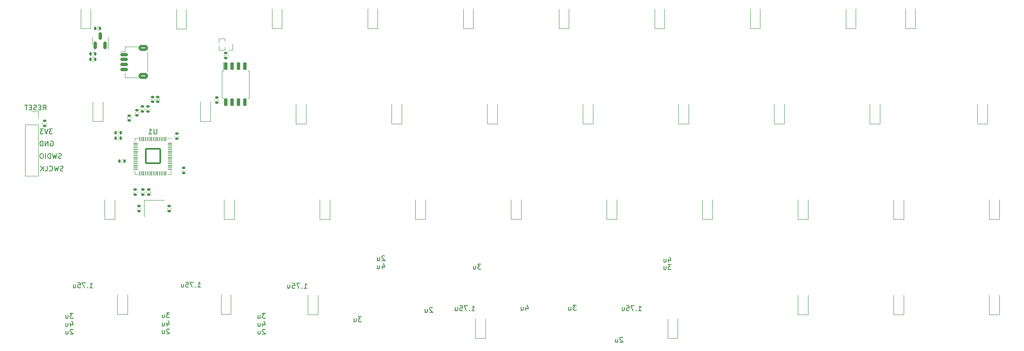
<source format=gbr>
%TF.GenerationSoftware,KiCad,Pcbnew,(7.0.0-0)*%
%TF.CreationDate,2023-03-09T10:38:16-05:00*%
%TF.ProjectId,cutiepie2040,63757469-6570-4696-9532-3034302e6b69,rev?*%
%TF.SameCoordinates,Original*%
%TF.FileFunction,Legend,Bot*%
%TF.FilePolarity,Positive*%
%FSLAX46Y46*%
G04 Gerber Fmt 4.6, Leading zero omitted, Abs format (unit mm)*
G04 Created by KiCad (PCBNEW (7.0.0-0)) date 2023-03-09 10:38:16*
%MOMM*%
%LPD*%
G01*
G04 APERTURE LIST*
G04 Aperture macros list*
%AMRoundRect*
0 Rectangle with rounded corners*
0 $1 Rounding radius*
0 $2 $3 $4 $5 $6 $7 $8 $9 X,Y pos of 4 corners*
0 Add a 4 corners polygon primitive as box body*
4,1,4,$2,$3,$4,$5,$6,$7,$8,$9,$2,$3,0*
0 Add four circle primitives for the rounded corners*
1,1,$1+$1,$2,$3*
1,1,$1+$1,$4,$5*
1,1,$1+$1,$6,$7*
1,1,$1+$1,$8,$9*
0 Add four rect primitives between the rounded corners*
20,1,$1+$1,$2,$3,$4,$5,0*
20,1,$1+$1,$4,$5,$6,$7,0*
20,1,$1+$1,$6,$7,$8,$9,0*
20,1,$1+$1,$8,$9,$2,$3,0*%
G04 Aperture macros list end*
%ADD10C,0.150000*%
%ADD11C,0.120000*%
%ADD12C,1.750000*%
%ADD13C,3.987800*%
%ADD14C,2.250000*%
%ADD15C,3.048000*%
%ADD16RoundRect,0.140000X0.170000X-0.140000X0.170000X0.140000X-0.170000X0.140000X-0.170000X-0.140000X0*%
%ADD17R,1.200000X0.900000*%
%ADD18RoundRect,0.140000X-0.170000X0.140000X-0.170000X-0.140000X0.170000X-0.140000X0.170000X0.140000X0*%
%ADD19RoundRect,0.135000X0.185000X-0.135000X0.185000X0.135000X-0.185000X0.135000X-0.185000X-0.135000X0*%
%ADD20RoundRect,0.135000X-0.185000X0.135000X-0.185000X-0.135000X0.185000X-0.135000X0.185000X0.135000X0*%
%ADD21R,1.000000X1.000000*%
%ADD22O,1.000000X1.000000*%
%ADD23RoundRect,0.140000X0.140000X0.170000X-0.140000X0.170000X-0.140000X-0.170000X0.140000X-0.170000X0*%
%ADD24RoundRect,0.150000X0.150000X-0.587500X0.150000X0.587500X-0.150000X0.587500X-0.150000X-0.587500X0*%
%ADD25RoundRect,0.150000X-0.150000X0.650000X-0.150000X-0.650000X0.150000X-0.650000X0.150000X0.650000X0*%
%ADD26RoundRect,0.050000X0.387500X0.050000X-0.387500X0.050000X-0.387500X-0.050000X0.387500X-0.050000X0*%
%ADD27RoundRect,0.050000X0.050000X0.387500X-0.050000X0.387500X-0.050000X-0.387500X0.050000X-0.387500X0*%
%ADD28RoundRect,0.144000X1.456000X1.456000X-1.456000X1.456000X-1.456000X-1.456000X1.456000X-1.456000X0*%
%ADD29R,1.700000X1.700000*%
%ADD30O,1.700000X1.700000*%
%ADD31RoundRect,0.150000X-0.625000X0.150000X-0.625000X-0.150000X0.625000X-0.150000X0.625000X0.150000X0*%
%ADD32RoundRect,0.250000X-0.650000X0.350000X-0.650000X-0.350000X0.650000X-0.350000X0.650000X0.350000X0*%
%ADD33R,1.400000X1.200000*%
G04 APERTURE END LIST*
D10*
X167657142Y-114467380D02*
X168228570Y-114467380D01*
X167942856Y-114467380D02*
X167942856Y-113467380D01*
X167942856Y-113467380D02*
X168038094Y-113610238D01*
X168038094Y-113610238D02*
X168133332Y-113705476D01*
X168133332Y-113705476D02*
X168228570Y-113753095D01*
X167228570Y-114372142D02*
X167180951Y-114419761D01*
X167180951Y-114419761D02*
X167228570Y-114467380D01*
X167228570Y-114467380D02*
X167276189Y-114419761D01*
X167276189Y-114419761D02*
X167228570Y-114372142D01*
X167228570Y-114372142D02*
X167228570Y-114467380D01*
X166847618Y-113467380D02*
X166180952Y-113467380D01*
X166180952Y-113467380D02*
X166609523Y-114467380D01*
X165323809Y-113467380D02*
X165799999Y-113467380D01*
X165799999Y-113467380D02*
X165847618Y-113943571D01*
X165847618Y-113943571D02*
X165799999Y-113895952D01*
X165799999Y-113895952D02*
X165704761Y-113848333D01*
X165704761Y-113848333D02*
X165466666Y-113848333D01*
X165466666Y-113848333D02*
X165371428Y-113895952D01*
X165371428Y-113895952D02*
X165323809Y-113943571D01*
X165323809Y-113943571D02*
X165276190Y-114038809D01*
X165276190Y-114038809D02*
X165276190Y-114276904D01*
X165276190Y-114276904D02*
X165323809Y-114372142D01*
X165323809Y-114372142D02*
X165371428Y-114419761D01*
X165371428Y-114419761D02*
X165466666Y-114467380D01*
X165466666Y-114467380D02*
X165704761Y-114467380D01*
X165704761Y-114467380D02*
X165799999Y-114419761D01*
X165799999Y-114419761D02*
X165847618Y-114372142D01*
X164419047Y-113800714D02*
X164419047Y-114467380D01*
X164847618Y-113800714D02*
X164847618Y-114324523D01*
X164847618Y-114324523D02*
X164799999Y-114419761D01*
X164799999Y-114419761D02*
X164704761Y-114467380D01*
X164704761Y-114467380D02*
X164561904Y-114467380D01*
X164561904Y-114467380D02*
X164466666Y-114419761D01*
X164466666Y-114419761D02*
X164419047Y-114372142D01*
X50938094Y-78167380D02*
X50319047Y-78167380D01*
X50319047Y-78167380D02*
X50652380Y-78548333D01*
X50652380Y-78548333D02*
X50509523Y-78548333D01*
X50509523Y-78548333D02*
X50414285Y-78595952D01*
X50414285Y-78595952D02*
X50366666Y-78643571D01*
X50366666Y-78643571D02*
X50319047Y-78738809D01*
X50319047Y-78738809D02*
X50319047Y-78976904D01*
X50319047Y-78976904D02*
X50366666Y-79072142D01*
X50366666Y-79072142D02*
X50414285Y-79119761D01*
X50414285Y-79119761D02*
X50509523Y-79167380D01*
X50509523Y-79167380D02*
X50795237Y-79167380D01*
X50795237Y-79167380D02*
X50890475Y-79119761D01*
X50890475Y-79119761D02*
X50938094Y-79072142D01*
X50033332Y-78167380D02*
X49699999Y-79167380D01*
X49699999Y-79167380D02*
X49366666Y-78167380D01*
X49128570Y-78167380D02*
X48509523Y-78167380D01*
X48509523Y-78167380D02*
X48842856Y-78548333D01*
X48842856Y-78548333D02*
X48699999Y-78548333D01*
X48699999Y-78548333D02*
X48604761Y-78595952D01*
X48604761Y-78595952D02*
X48557142Y-78643571D01*
X48557142Y-78643571D02*
X48509523Y-78738809D01*
X48509523Y-78738809D02*
X48509523Y-78976904D01*
X48509523Y-78976904D02*
X48557142Y-79072142D01*
X48557142Y-79072142D02*
X48604761Y-79119761D01*
X48604761Y-79119761D02*
X48699999Y-79167380D01*
X48699999Y-79167380D02*
X48985713Y-79167380D01*
X48985713Y-79167380D02*
X49080951Y-79119761D01*
X49080951Y-79119761D02*
X49128570Y-79072142D01*
X173661904Y-104100714D02*
X173661904Y-104767380D01*
X173899999Y-103719761D02*
X174138094Y-104434047D01*
X174138094Y-104434047D02*
X173519047Y-104434047D01*
X172709523Y-104100714D02*
X172709523Y-104767380D01*
X173138094Y-104100714D02*
X173138094Y-104624523D01*
X173138094Y-104624523D02*
X173090475Y-104719761D01*
X173090475Y-104719761D02*
X172995237Y-104767380D01*
X172995237Y-104767380D02*
X172852380Y-104767380D01*
X172852380Y-104767380D02*
X172757142Y-104719761D01*
X172757142Y-104719761D02*
X172709523Y-104672142D01*
X117138094Y-103562619D02*
X117090475Y-103515000D01*
X117090475Y-103515000D02*
X116995237Y-103467380D01*
X116995237Y-103467380D02*
X116757142Y-103467380D01*
X116757142Y-103467380D02*
X116661904Y-103515000D01*
X116661904Y-103515000D02*
X116614285Y-103562619D01*
X116614285Y-103562619D02*
X116566666Y-103657857D01*
X116566666Y-103657857D02*
X116566666Y-103753095D01*
X116566666Y-103753095D02*
X116614285Y-103895952D01*
X116614285Y-103895952D02*
X117185713Y-104467380D01*
X117185713Y-104467380D02*
X116566666Y-104467380D01*
X115709523Y-103800714D02*
X115709523Y-104467380D01*
X116138094Y-103800714D02*
X116138094Y-104324523D01*
X116138094Y-104324523D02*
X116090475Y-104419761D01*
X116090475Y-104419761D02*
X115995237Y-104467380D01*
X115995237Y-104467380D02*
X115852380Y-104467380D01*
X115852380Y-104467380D02*
X115757142Y-104419761D01*
X115757142Y-104419761D02*
X115709523Y-104372142D01*
X74285713Y-114857380D02*
X73666666Y-114857380D01*
X73666666Y-114857380D02*
X73999999Y-115238333D01*
X73999999Y-115238333D02*
X73857142Y-115238333D01*
X73857142Y-115238333D02*
X73761904Y-115285952D01*
X73761904Y-115285952D02*
X73714285Y-115333571D01*
X73714285Y-115333571D02*
X73666666Y-115428809D01*
X73666666Y-115428809D02*
X73666666Y-115666904D01*
X73666666Y-115666904D02*
X73714285Y-115762142D01*
X73714285Y-115762142D02*
X73761904Y-115809761D01*
X73761904Y-115809761D02*
X73857142Y-115857380D01*
X73857142Y-115857380D02*
X74142856Y-115857380D01*
X74142856Y-115857380D02*
X74238094Y-115809761D01*
X74238094Y-115809761D02*
X74285713Y-115762142D01*
X72809523Y-115190714D02*
X72809523Y-115857380D01*
X73238094Y-115190714D02*
X73238094Y-115714523D01*
X73238094Y-115714523D02*
X73190475Y-115809761D01*
X73190475Y-115809761D02*
X73095237Y-115857380D01*
X73095237Y-115857380D02*
X72952380Y-115857380D01*
X72952380Y-115857380D02*
X72857142Y-115809761D01*
X72857142Y-115809761D02*
X72809523Y-115762142D01*
X73761904Y-116810714D02*
X73761904Y-117477380D01*
X73999999Y-116429761D02*
X74238094Y-117144047D01*
X74238094Y-117144047D02*
X73619047Y-117144047D01*
X72809523Y-116810714D02*
X72809523Y-117477380D01*
X73238094Y-116810714D02*
X73238094Y-117334523D01*
X73238094Y-117334523D02*
X73190475Y-117429761D01*
X73190475Y-117429761D02*
X73095237Y-117477380D01*
X73095237Y-117477380D02*
X72952380Y-117477380D01*
X72952380Y-117477380D02*
X72857142Y-117429761D01*
X72857142Y-117429761D02*
X72809523Y-117382142D01*
X155285713Y-113367380D02*
X154666666Y-113367380D01*
X154666666Y-113367380D02*
X154999999Y-113748333D01*
X154999999Y-113748333D02*
X154857142Y-113748333D01*
X154857142Y-113748333D02*
X154761904Y-113795952D01*
X154761904Y-113795952D02*
X154714285Y-113843571D01*
X154714285Y-113843571D02*
X154666666Y-113938809D01*
X154666666Y-113938809D02*
X154666666Y-114176904D01*
X154666666Y-114176904D02*
X154714285Y-114272142D01*
X154714285Y-114272142D02*
X154761904Y-114319761D01*
X154761904Y-114319761D02*
X154857142Y-114367380D01*
X154857142Y-114367380D02*
X155142856Y-114367380D01*
X155142856Y-114367380D02*
X155238094Y-114319761D01*
X155238094Y-114319761D02*
X155285713Y-114272142D01*
X153809523Y-113700714D02*
X153809523Y-114367380D01*
X154238094Y-113700714D02*
X154238094Y-114224523D01*
X154238094Y-114224523D02*
X154190475Y-114319761D01*
X154190475Y-114319761D02*
X154095237Y-114367380D01*
X154095237Y-114367380D02*
X153952380Y-114367380D01*
X153952380Y-114367380D02*
X153857142Y-114319761D01*
X153857142Y-114319761D02*
X153809523Y-114272142D01*
X55085713Y-114957380D02*
X54466666Y-114957380D01*
X54466666Y-114957380D02*
X54799999Y-115338333D01*
X54799999Y-115338333D02*
X54657142Y-115338333D01*
X54657142Y-115338333D02*
X54561904Y-115385952D01*
X54561904Y-115385952D02*
X54514285Y-115433571D01*
X54514285Y-115433571D02*
X54466666Y-115528809D01*
X54466666Y-115528809D02*
X54466666Y-115766904D01*
X54466666Y-115766904D02*
X54514285Y-115862142D01*
X54514285Y-115862142D02*
X54561904Y-115909761D01*
X54561904Y-115909761D02*
X54657142Y-115957380D01*
X54657142Y-115957380D02*
X54942856Y-115957380D01*
X54942856Y-115957380D02*
X55038094Y-115909761D01*
X55038094Y-115909761D02*
X55085713Y-115862142D01*
X53609523Y-115290714D02*
X53609523Y-115957380D01*
X54038094Y-115290714D02*
X54038094Y-115814523D01*
X54038094Y-115814523D02*
X53990475Y-115909761D01*
X53990475Y-115909761D02*
X53895237Y-115957380D01*
X53895237Y-115957380D02*
X53752380Y-115957380D01*
X53752380Y-115957380D02*
X53657142Y-115909761D01*
X53657142Y-115909761D02*
X53609523Y-115862142D01*
X54561904Y-116910714D02*
X54561904Y-117577380D01*
X54799999Y-116529761D02*
X55038094Y-117244047D01*
X55038094Y-117244047D02*
X54419047Y-117244047D01*
X53609523Y-116910714D02*
X53609523Y-117577380D01*
X54038094Y-116910714D02*
X54038094Y-117434523D01*
X54038094Y-117434523D02*
X53990475Y-117529761D01*
X53990475Y-117529761D02*
X53895237Y-117577380D01*
X53895237Y-117577380D02*
X53752380Y-117577380D01*
X53752380Y-117577380D02*
X53657142Y-117529761D01*
X53657142Y-117529761D02*
X53609523Y-117482142D01*
X49052381Y-74367380D02*
X49385714Y-73891190D01*
X49623809Y-74367380D02*
X49623809Y-73367380D01*
X49623809Y-73367380D02*
X49242857Y-73367380D01*
X49242857Y-73367380D02*
X49147619Y-73415000D01*
X49147619Y-73415000D02*
X49100000Y-73462619D01*
X49100000Y-73462619D02*
X49052381Y-73557857D01*
X49052381Y-73557857D02*
X49052381Y-73700714D01*
X49052381Y-73700714D02*
X49100000Y-73795952D01*
X49100000Y-73795952D02*
X49147619Y-73843571D01*
X49147619Y-73843571D02*
X49242857Y-73891190D01*
X49242857Y-73891190D02*
X49623809Y-73891190D01*
X48623809Y-73843571D02*
X48290476Y-73843571D01*
X48147619Y-74367380D02*
X48623809Y-74367380D01*
X48623809Y-74367380D02*
X48623809Y-73367380D01*
X48623809Y-73367380D02*
X48147619Y-73367380D01*
X47766666Y-74319761D02*
X47623809Y-74367380D01*
X47623809Y-74367380D02*
X47385714Y-74367380D01*
X47385714Y-74367380D02*
X47290476Y-74319761D01*
X47290476Y-74319761D02*
X47242857Y-74272142D01*
X47242857Y-74272142D02*
X47195238Y-74176904D01*
X47195238Y-74176904D02*
X47195238Y-74081666D01*
X47195238Y-74081666D02*
X47242857Y-73986428D01*
X47242857Y-73986428D02*
X47290476Y-73938809D01*
X47290476Y-73938809D02*
X47385714Y-73891190D01*
X47385714Y-73891190D02*
X47576190Y-73843571D01*
X47576190Y-73843571D02*
X47671428Y-73795952D01*
X47671428Y-73795952D02*
X47719047Y-73748333D01*
X47719047Y-73748333D02*
X47766666Y-73653095D01*
X47766666Y-73653095D02*
X47766666Y-73557857D01*
X47766666Y-73557857D02*
X47719047Y-73462619D01*
X47719047Y-73462619D02*
X47671428Y-73415000D01*
X47671428Y-73415000D02*
X47576190Y-73367380D01*
X47576190Y-73367380D02*
X47338095Y-73367380D01*
X47338095Y-73367380D02*
X47195238Y-73415000D01*
X46766666Y-73843571D02*
X46433333Y-73843571D01*
X46290476Y-74367380D02*
X46766666Y-74367380D01*
X46766666Y-74367380D02*
X46766666Y-73367380D01*
X46766666Y-73367380D02*
X46290476Y-73367380D01*
X46004761Y-73367380D02*
X45433333Y-73367380D01*
X45719047Y-74367380D02*
X45719047Y-73367380D01*
X50561904Y-80615000D02*
X50657142Y-80567380D01*
X50657142Y-80567380D02*
X50799999Y-80567380D01*
X50799999Y-80567380D02*
X50942856Y-80615000D01*
X50942856Y-80615000D02*
X51038094Y-80710238D01*
X51038094Y-80710238D02*
X51085713Y-80805476D01*
X51085713Y-80805476D02*
X51133332Y-80995952D01*
X51133332Y-80995952D02*
X51133332Y-81138809D01*
X51133332Y-81138809D02*
X51085713Y-81329285D01*
X51085713Y-81329285D02*
X51038094Y-81424523D01*
X51038094Y-81424523D02*
X50942856Y-81519761D01*
X50942856Y-81519761D02*
X50799999Y-81567380D01*
X50799999Y-81567380D02*
X50704761Y-81567380D01*
X50704761Y-81567380D02*
X50561904Y-81519761D01*
X50561904Y-81519761D02*
X50514285Y-81472142D01*
X50514285Y-81472142D02*
X50514285Y-81138809D01*
X50514285Y-81138809D02*
X50704761Y-81138809D01*
X50085713Y-81567380D02*
X50085713Y-80567380D01*
X50085713Y-80567380D02*
X49514285Y-81567380D01*
X49514285Y-81567380D02*
X49514285Y-80567380D01*
X49038094Y-81567380D02*
X49038094Y-80567380D01*
X49038094Y-80567380D02*
X48799999Y-80567380D01*
X48799999Y-80567380D02*
X48657142Y-80615000D01*
X48657142Y-80615000D02*
X48561904Y-80710238D01*
X48561904Y-80710238D02*
X48514285Y-80805476D01*
X48514285Y-80805476D02*
X48466666Y-80995952D01*
X48466666Y-80995952D02*
X48466666Y-81138809D01*
X48466666Y-81138809D02*
X48514285Y-81329285D01*
X48514285Y-81329285D02*
X48561904Y-81424523D01*
X48561904Y-81424523D02*
X48657142Y-81519761D01*
X48657142Y-81519761D02*
X48799999Y-81567380D01*
X48799999Y-81567380D02*
X49038094Y-81567380D01*
X164538094Y-119862619D02*
X164490475Y-119815000D01*
X164490475Y-119815000D02*
X164395237Y-119767380D01*
X164395237Y-119767380D02*
X164157142Y-119767380D01*
X164157142Y-119767380D02*
X164061904Y-119815000D01*
X164061904Y-119815000D02*
X164014285Y-119862619D01*
X164014285Y-119862619D02*
X163966666Y-119957857D01*
X163966666Y-119957857D02*
X163966666Y-120053095D01*
X163966666Y-120053095D02*
X164014285Y-120195952D01*
X164014285Y-120195952D02*
X164585713Y-120767380D01*
X164585713Y-120767380D02*
X163966666Y-120767380D01*
X163109523Y-120100714D02*
X163109523Y-120767380D01*
X163538094Y-120100714D02*
X163538094Y-120624523D01*
X163538094Y-120624523D02*
X163490475Y-120719761D01*
X163490475Y-120719761D02*
X163395237Y-120767380D01*
X163395237Y-120767380D02*
X163252380Y-120767380D01*
X163252380Y-120767380D02*
X163157142Y-120719761D01*
X163157142Y-120719761D02*
X163109523Y-120672142D01*
X136285713Y-105167380D02*
X135666666Y-105167380D01*
X135666666Y-105167380D02*
X135999999Y-105548333D01*
X135999999Y-105548333D02*
X135857142Y-105548333D01*
X135857142Y-105548333D02*
X135761904Y-105595952D01*
X135761904Y-105595952D02*
X135714285Y-105643571D01*
X135714285Y-105643571D02*
X135666666Y-105738809D01*
X135666666Y-105738809D02*
X135666666Y-105976904D01*
X135666666Y-105976904D02*
X135714285Y-106072142D01*
X135714285Y-106072142D02*
X135761904Y-106119761D01*
X135761904Y-106119761D02*
X135857142Y-106167380D01*
X135857142Y-106167380D02*
X136142856Y-106167380D01*
X136142856Y-106167380D02*
X136238094Y-106119761D01*
X136238094Y-106119761D02*
X136285713Y-106072142D01*
X134809523Y-105500714D02*
X134809523Y-106167380D01*
X135238094Y-105500714D02*
X135238094Y-106024523D01*
X135238094Y-106024523D02*
X135190475Y-106119761D01*
X135190475Y-106119761D02*
X135095237Y-106167380D01*
X135095237Y-106167380D02*
X134952380Y-106167380D01*
X134952380Y-106167380D02*
X134857142Y-106119761D01*
X134857142Y-106119761D02*
X134809523Y-106072142D01*
X116661904Y-105400714D02*
X116661904Y-106067380D01*
X116899999Y-105019761D02*
X117138094Y-105734047D01*
X117138094Y-105734047D02*
X116519047Y-105734047D01*
X115709523Y-105400714D02*
X115709523Y-106067380D01*
X116138094Y-105400714D02*
X116138094Y-105924523D01*
X116138094Y-105924523D02*
X116090475Y-106019761D01*
X116090475Y-106019761D02*
X115995237Y-106067380D01*
X115995237Y-106067380D02*
X115852380Y-106067380D01*
X115852380Y-106067380D02*
X115757142Y-106019761D01*
X115757142Y-106019761D02*
X115709523Y-105972142D01*
X74238094Y-118162619D02*
X74190475Y-118115000D01*
X74190475Y-118115000D02*
X74095237Y-118067380D01*
X74095237Y-118067380D02*
X73857142Y-118067380D01*
X73857142Y-118067380D02*
X73761904Y-118115000D01*
X73761904Y-118115000D02*
X73714285Y-118162619D01*
X73714285Y-118162619D02*
X73666666Y-118257857D01*
X73666666Y-118257857D02*
X73666666Y-118353095D01*
X73666666Y-118353095D02*
X73714285Y-118495952D01*
X73714285Y-118495952D02*
X74285713Y-119067380D01*
X74285713Y-119067380D02*
X73666666Y-119067380D01*
X72809523Y-118400714D02*
X72809523Y-119067380D01*
X73238094Y-118400714D02*
X73238094Y-118924523D01*
X73238094Y-118924523D02*
X73190475Y-119019761D01*
X73190475Y-119019761D02*
X73095237Y-119067380D01*
X73095237Y-119067380D02*
X72952380Y-119067380D01*
X72952380Y-119067380D02*
X72857142Y-119019761D01*
X72857142Y-119019761D02*
X72809523Y-118972142D01*
X53061904Y-86519761D02*
X52919047Y-86567380D01*
X52919047Y-86567380D02*
X52680952Y-86567380D01*
X52680952Y-86567380D02*
X52585714Y-86519761D01*
X52585714Y-86519761D02*
X52538095Y-86472142D01*
X52538095Y-86472142D02*
X52490476Y-86376904D01*
X52490476Y-86376904D02*
X52490476Y-86281666D01*
X52490476Y-86281666D02*
X52538095Y-86186428D01*
X52538095Y-86186428D02*
X52585714Y-86138809D01*
X52585714Y-86138809D02*
X52680952Y-86091190D01*
X52680952Y-86091190D02*
X52871428Y-86043571D01*
X52871428Y-86043571D02*
X52966666Y-85995952D01*
X52966666Y-85995952D02*
X53014285Y-85948333D01*
X53014285Y-85948333D02*
X53061904Y-85853095D01*
X53061904Y-85853095D02*
X53061904Y-85757857D01*
X53061904Y-85757857D02*
X53014285Y-85662619D01*
X53014285Y-85662619D02*
X52966666Y-85615000D01*
X52966666Y-85615000D02*
X52871428Y-85567380D01*
X52871428Y-85567380D02*
X52633333Y-85567380D01*
X52633333Y-85567380D02*
X52490476Y-85615000D01*
X52157142Y-85567380D02*
X51919047Y-86567380D01*
X51919047Y-86567380D02*
X51728571Y-85853095D01*
X51728571Y-85853095D02*
X51538095Y-86567380D01*
X51538095Y-86567380D02*
X51300000Y-85567380D01*
X50347619Y-86472142D02*
X50395238Y-86519761D01*
X50395238Y-86519761D02*
X50538095Y-86567380D01*
X50538095Y-86567380D02*
X50633333Y-86567380D01*
X50633333Y-86567380D02*
X50776190Y-86519761D01*
X50776190Y-86519761D02*
X50871428Y-86424523D01*
X50871428Y-86424523D02*
X50919047Y-86329285D01*
X50919047Y-86329285D02*
X50966666Y-86138809D01*
X50966666Y-86138809D02*
X50966666Y-85995952D01*
X50966666Y-85995952D02*
X50919047Y-85805476D01*
X50919047Y-85805476D02*
X50871428Y-85710238D01*
X50871428Y-85710238D02*
X50776190Y-85615000D01*
X50776190Y-85615000D02*
X50633333Y-85567380D01*
X50633333Y-85567380D02*
X50538095Y-85567380D01*
X50538095Y-85567380D02*
X50395238Y-85615000D01*
X50395238Y-85615000D02*
X50347619Y-85662619D01*
X49442857Y-86567380D02*
X49919047Y-86567380D01*
X49919047Y-86567380D02*
X49919047Y-85567380D01*
X49109523Y-86567380D02*
X49109523Y-85567380D01*
X48538095Y-86567380D02*
X48966666Y-85995952D01*
X48538095Y-85567380D02*
X49109523Y-86138809D01*
X101057142Y-109967380D02*
X101628570Y-109967380D01*
X101342856Y-109967380D02*
X101342856Y-108967380D01*
X101342856Y-108967380D02*
X101438094Y-109110238D01*
X101438094Y-109110238D02*
X101533332Y-109205476D01*
X101533332Y-109205476D02*
X101628570Y-109253095D01*
X100628570Y-109872142D02*
X100580951Y-109919761D01*
X100580951Y-109919761D02*
X100628570Y-109967380D01*
X100628570Y-109967380D02*
X100676189Y-109919761D01*
X100676189Y-109919761D02*
X100628570Y-109872142D01*
X100628570Y-109872142D02*
X100628570Y-109967380D01*
X100247618Y-108967380D02*
X99580952Y-108967380D01*
X99580952Y-108967380D02*
X100009523Y-109967380D01*
X98723809Y-108967380D02*
X99199999Y-108967380D01*
X99199999Y-108967380D02*
X99247618Y-109443571D01*
X99247618Y-109443571D02*
X99199999Y-109395952D01*
X99199999Y-109395952D02*
X99104761Y-109348333D01*
X99104761Y-109348333D02*
X98866666Y-109348333D01*
X98866666Y-109348333D02*
X98771428Y-109395952D01*
X98771428Y-109395952D02*
X98723809Y-109443571D01*
X98723809Y-109443571D02*
X98676190Y-109538809D01*
X98676190Y-109538809D02*
X98676190Y-109776904D01*
X98676190Y-109776904D02*
X98723809Y-109872142D01*
X98723809Y-109872142D02*
X98771428Y-109919761D01*
X98771428Y-109919761D02*
X98866666Y-109967380D01*
X98866666Y-109967380D02*
X99104761Y-109967380D01*
X99104761Y-109967380D02*
X99199999Y-109919761D01*
X99199999Y-109919761D02*
X99247618Y-109872142D01*
X97819047Y-109300714D02*
X97819047Y-109967380D01*
X98247618Y-109300714D02*
X98247618Y-109824523D01*
X98247618Y-109824523D02*
X98199999Y-109919761D01*
X98199999Y-109919761D02*
X98104761Y-109967380D01*
X98104761Y-109967380D02*
X97961904Y-109967380D01*
X97961904Y-109967380D02*
X97866666Y-109919761D01*
X97866666Y-109919761D02*
X97819047Y-109872142D01*
X145261904Y-113700714D02*
X145261904Y-114367380D01*
X145499999Y-113319761D02*
X145738094Y-114034047D01*
X145738094Y-114034047D02*
X145119047Y-114034047D01*
X144309523Y-113700714D02*
X144309523Y-114367380D01*
X144738094Y-113700714D02*
X144738094Y-114224523D01*
X144738094Y-114224523D02*
X144690475Y-114319761D01*
X144690475Y-114319761D02*
X144595237Y-114367380D01*
X144595237Y-114367380D02*
X144452380Y-114367380D01*
X144452380Y-114367380D02*
X144357142Y-114319761D01*
X144357142Y-114319761D02*
X144309523Y-114272142D01*
X52719046Y-84019761D02*
X52576189Y-84067380D01*
X52576189Y-84067380D02*
X52338094Y-84067380D01*
X52338094Y-84067380D02*
X52242856Y-84019761D01*
X52242856Y-84019761D02*
X52195237Y-83972142D01*
X52195237Y-83972142D02*
X52147618Y-83876904D01*
X52147618Y-83876904D02*
X52147618Y-83781666D01*
X52147618Y-83781666D02*
X52195237Y-83686428D01*
X52195237Y-83686428D02*
X52242856Y-83638809D01*
X52242856Y-83638809D02*
X52338094Y-83591190D01*
X52338094Y-83591190D02*
X52528570Y-83543571D01*
X52528570Y-83543571D02*
X52623808Y-83495952D01*
X52623808Y-83495952D02*
X52671427Y-83448333D01*
X52671427Y-83448333D02*
X52719046Y-83353095D01*
X52719046Y-83353095D02*
X52719046Y-83257857D01*
X52719046Y-83257857D02*
X52671427Y-83162619D01*
X52671427Y-83162619D02*
X52623808Y-83115000D01*
X52623808Y-83115000D02*
X52528570Y-83067380D01*
X52528570Y-83067380D02*
X52290475Y-83067380D01*
X52290475Y-83067380D02*
X52147618Y-83115000D01*
X51814284Y-83067380D02*
X51576189Y-84067380D01*
X51576189Y-84067380D02*
X51385713Y-83353095D01*
X51385713Y-83353095D02*
X51195237Y-84067380D01*
X51195237Y-84067380D02*
X50957142Y-83067380D01*
X50576189Y-84067380D02*
X50576189Y-83067380D01*
X50576189Y-83067380D02*
X50338094Y-83067380D01*
X50338094Y-83067380D02*
X50195237Y-83115000D01*
X50195237Y-83115000D02*
X50099999Y-83210238D01*
X50099999Y-83210238D02*
X50052380Y-83305476D01*
X50052380Y-83305476D02*
X50004761Y-83495952D01*
X50004761Y-83495952D02*
X50004761Y-83638809D01*
X50004761Y-83638809D02*
X50052380Y-83829285D01*
X50052380Y-83829285D02*
X50099999Y-83924523D01*
X50099999Y-83924523D02*
X50195237Y-84019761D01*
X50195237Y-84019761D02*
X50338094Y-84067380D01*
X50338094Y-84067380D02*
X50576189Y-84067380D01*
X49576189Y-84067380D02*
X49576189Y-83067380D01*
X48909523Y-83067380D02*
X48719047Y-83067380D01*
X48719047Y-83067380D02*
X48623809Y-83115000D01*
X48623809Y-83115000D02*
X48528571Y-83210238D01*
X48528571Y-83210238D02*
X48480952Y-83400714D01*
X48480952Y-83400714D02*
X48480952Y-83734047D01*
X48480952Y-83734047D02*
X48528571Y-83924523D01*
X48528571Y-83924523D02*
X48623809Y-84019761D01*
X48623809Y-84019761D02*
X48719047Y-84067380D01*
X48719047Y-84067380D02*
X48909523Y-84067380D01*
X48909523Y-84067380D02*
X49004761Y-84019761D01*
X49004761Y-84019761D02*
X49099999Y-83924523D01*
X49099999Y-83924523D02*
X49147618Y-83734047D01*
X49147618Y-83734047D02*
X49147618Y-83400714D01*
X49147618Y-83400714D02*
X49099999Y-83210238D01*
X49099999Y-83210238D02*
X49004761Y-83115000D01*
X49004761Y-83115000D02*
X48909523Y-83067380D01*
X58357142Y-109867380D02*
X58928570Y-109867380D01*
X58642856Y-109867380D02*
X58642856Y-108867380D01*
X58642856Y-108867380D02*
X58738094Y-109010238D01*
X58738094Y-109010238D02*
X58833332Y-109105476D01*
X58833332Y-109105476D02*
X58928570Y-109153095D01*
X57928570Y-109772142D02*
X57880951Y-109819761D01*
X57880951Y-109819761D02*
X57928570Y-109867380D01*
X57928570Y-109867380D02*
X57976189Y-109819761D01*
X57976189Y-109819761D02*
X57928570Y-109772142D01*
X57928570Y-109772142D02*
X57928570Y-109867380D01*
X57547618Y-108867380D02*
X56880952Y-108867380D01*
X56880952Y-108867380D02*
X57309523Y-109867380D01*
X56023809Y-108867380D02*
X56499999Y-108867380D01*
X56499999Y-108867380D02*
X56547618Y-109343571D01*
X56547618Y-109343571D02*
X56499999Y-109295952D01*
X56499999Y-109295952D02*
X56404761Y-109248333D01*
X56404761Y-109248333D02*
X56166666Y-109248333D01*
X56166666Y-109248333D02*
X56071428Y-109295952D01*
X56071428Y-109295952D02*
X56023809Y-109343571D01*
X56023809Y-109343571D02*
X55976190Y-109438809D01*
X55976190Y-109438809D02*
X55976190Y-109676904D01*
X55976190Y-109676904D02*
X56023809Y-109772142D01*
X56023809Y-109772142D02*
X56071428Y-109819761D01*
X56071428Y-109819761D02*
X56166666Y-109867380D01*
X56166666Y-109867380D02*
X56404761Y-109867380D01*
X56404761Y-109867380D02*
X56499999Y-109819761D01*
X56499999Y-109819761D02*
X56547618Y-109772142D01*
X55119047Y-109200714D02*
X55119047Y-109867380D01*
X55547618Y-109200714D02*
X55547618Y-109724523D01*
X55547618Y-109724523D02*
X55499999Y-109819761D01*
X55499999Y-109819761D02*
X55404761Y-109867380D01*
X55404761Y-109867380D02*
X55261904Y-109867380D01*
X55261904Y-109867380D02*
X55166666Y-109819761D01*
X55166666Y-109819761D02*
X55119047Y-109772142D01*
X55038094Y-118262619D02*
X54990475Y-118215000D01*
X54990475Y-118215000D02*
X54895237Y-118167380D01*
X54895237Y-118167380D02*
X54657142Y-118167380D01*
X54657142Y-118167380D02*
X54561904Y-118215000D01*
X54561904Y-118215000D02*
X54514285Y-118262619D01*
X54514285Y-118262619D02*
X54466666Y-118357857D01*
X54466666Y-118357857D02*
X54466666Y-118453095D01*
X54466666Y-118453095D02*
X54514285Y-118595952D01*
X54514285Y-118595952D02*
X55085713Y-119167380D01*
X55085713Y-119167380D02*
X54466666Y-119167380D01*
X53609523Y-118500714D02*
X53609523Y-119167380D01*
X54038094Y-118500714D02*
X54038094Y-119024523D01*
X54038094Y-119024523D02*
X53990475Y-119119761D01*
X53990475Y-119119761D02*
X53895237Y-119167380D01*
X53895237Y-119167380D02*
X53752380Y-119167380D01*
X53752380Y-119167380D02*
X53657142Y-119119761D01*
X53657142Y-119119761D02*
X53609523Y-119072142D01*
X134457142Y-114467380D02*
X135028570Y-114467380D01*
X134742856Y-114467380D02*
X134742856Y-113467380D01*
X134742856Y-113467380D02*
X134838094Y-113610238D01*
X134838094Y-113610238D02*
X134933332Y-113705476D01*
X134933332Y-113705476D02*
X135028570Y-113753095D01*
X134028570Y-114372142D02*
X133980951Y-114419761D01*
X133980951Y-114419761D02*
X134028570Y-114467380D01*
X134028570Y-114467380D02*
X134076189Y-114419761D01*
X134076189Y-114419761D02*
X134028570Y-114372142D01*
X134028570Y-114372142D02*
X134028570Y-114467380D01*
X133647618Y-113467380D02*
X132980952Y-113467380D01*
X132980952Y-113467380D02*
X133409523Y-114467380D01*
X132123809Y-113467380D02*
X132599999Y-113467380D01*
X132599999Y-113467380D02*
X132647618Y-113943571D01*
X132647618Y-113943571D02*
X132599999Y-113895952D01*
X132599999Y-113895952D02*
X132504761Y-113848333D01*
X132504761Y-113848333D02*
X132266666Y-113848333D01*
X132266666Y-113848333D02*
X132171428Y-113895952D01*
X132171428Y-113895952D02*
X132123809Y-113943571D01*
X132123809Y-113943571D02*
X132076190Y-114038809D01*
X132076190Y-114038809D02*
X132076190Y-114276904D01*
X132076190Y-114276904D02*
X132123809Y-114372142D01*
X132123809Y-114372142D02*
X132171428Y-114419761D01*
X132171428Y-114419761D02*
X132266666Y-114467380D01*
X132266666Y-114467380D02*
X132504761Y-114467380D01*
X132504761Y-114467380D02*
X132599999Y-114419761D01*
X132599999Y-114419761D02*
X132647618Y-114372142D01*
X131219047Y-113800714D02*
X131219047Y-114467380D01*
X131647618Y-113800714D02*
X131647618Y-114324523D01*
X131647618Y-114324523D02*
X131599999Y-114419761D01*
X131599999Y-114419761D02*
X131504761Y-114467380D01*
X131504761Y-114467380D02*
X131361904Y-114467380D01*
X131361904Y-114467380D02*
X131266666Y-114419761D01*
X131266666Y-114419761D02*
X131219047Y-114372142D01*
X112485713Y-115667380D02*
X111866666Y-115667380D01*
X111866666Y-115667380D02*
X112199999Y-116048333D01*
X112199999Y-116048333D02*
X112057142Y-116048333D01*
X112057142Y-116048333D02*
X111961904Y-116095952D01*
X111961904Y-116095952D02*
X111914285Y-116143571D01*
X111914285Y-116143571D02*
X111866666Y-116238809D01*
X111866666Y-116238809D02*
X111866666Y-116476904D01*
X111866666Y-116476904D02*
X111914285Y-116572142D01*
X111914285Y-116572142D02*
X111961904Y-116619761D01*
X111961904Y-116619761D02*
X112057142Y-116667380D01*
X112057142Y-116667380D02*
X112342856Y-116667380D01*
X112342856Y-116667380D02*
X112438094Y-116619761D01*
X112438094Y-116619761D02*
X112485713Y-116572142D01*
X111009523Y-116000714D02*
X111009523Y-116667380D01*
X111438094Y-116000714D02*
X111438094Y-116524523D01*
X111438094Y-116524523D02*
X111390475Y-116619761D01*
X111390475Y-116619761D02*
X111295237Y-116667380D01*
X111295237Y-116667380D02*
X111152380Y-116667380D01*
X111152380Y-116667380D02*
X111057142Y-116619761D01*
X111057142Y-116619761D02*
X111009523Y-116572142D01*
X79857142Y-109767380D02*
X80428570Y-109767380D01*
X80142856Y-109767380D02*
X80142856Y-108767380D01*
X80142856Y-108767380D02*
X80238094Y-108910238D01*
X80238094Y-108910238D02*
X80333332Y-109005476D01*
X80333332Y-109005476D02*
X80428570Y-109053095D01*
X79428570Y-109672142D02*
X79380951Y-109719761D01*
X79380951Y-109719761D02*
X79428570Y-109767380D01*
X79428570Y-109767380D02*
X79476189Y-109719761D01*
X79476189Y-109719761D02*
X79428570Y-109672142D01*
X79428570Y-109672142D02*
X79428570Y-109767380D01*
X79047618Y-108767380D02*
X78380952Y-108767380D01*
X78380952Y-108767380D02*
X78809523Y-109767380D01*
X77523809Y-108767380D02*
X77999999Y-108767380D01*
X77999999Y-108767380D02*
X78047618Y-109243571D01*
X78047618Y-109243571D02*
X77999999Y-109195952D01*
X77999999Y-109195952D02*
X77904761Y-109148333D01*
X77904761Y-109148333D02*
X77666666Y-109148333D01*
X77666666Y-109148333D02*
X77571428Y-109195952D01*
X77571428Y-109195952D02*
X77523809Y-109243571D01*
X77523809Y-109243571D02*
X77476190Y-109338809D01*
X77476190Y-109338809D02*
X77476190Y-109576904D01*
X77476190Y-109576904D02*
X77523809Y-109672142D01*
X77523809Y-109672142D02*
X77571428Y-109719761D01*
X77571428Y-109719761D02*
X77666666Y-109767380D01*
X77666666Y-109767380D02*
X77904761Y-109767380D01*
X77904761Y-109767380D02*
X77999999Y-109719761D01*
X77999999Y-109719761D02*
X78047618Y-109672142D01*
X76619047Y-109100714D02*
X76619047Y-109767380D01*
X77047618Y-109100714D02*
X77047618Y-109624523D01*
X77047618Y-109624523D02*
X76999999Y-109719761D01*
X76999999Y-109719761D02*
X76904761Y-109767380D01*
X76904761Y-109767380D02*
X76761904Y-109767380D01*
X76761904Y-109767380D02*
X76666666Y-109719761D01*
X76666666Y-109719761D02*
X76619047Y-109672142D01*
X126638094Y-113862619D02*
X126590475Y-113815000D01*
X126590475Y-113815000D02*
X126495237Y-113767380D01*
X126495237Y-113767380D02*
X126257142Y-113767380D01*
X126257142Y-113767380D02*
X126161904Y-113815000D01*
X126161904Y-113815000D02*
X126114285Y-113862619D01*
X126114285Y-113862619D02*
X126066666Y-113957857D01*
X126066666Y-113957857D02*
X126066666Y-114053095D01*
X126066666Y-114053095D02*
X126114285Y-114195952D01*
X126114285Y-114195952D02*
X126685713Y-114767380D01*
X126685713Y-114767380D02*
X126066666Y-114767380D01*
X125209523Y-114100714D02*
X125209523Y-114767380D01*
X125638094Y-114100714D02*
X125638094Y-114624523D01*
X125638094Y-114624523D02*
X125590475Y-114719761D01*
X125590475Y-114719761D02*
X125495237Y-114767380D01*
X125495237Y-114767380D02*
X125352380Y-114767380D01*
X125352380Y-114767380D02*
X125257142Y-114719761D01*
X125257142Y-114719761D02*
X125209523Y-114672142D01*
X93338094Y-118262619D02*
X93290475Y-118215000D01*
X93290475Y-118215000D02*
X93195237Y-118167380D01*
X93195237Y-118167380D02*
X92957142Y-118167380D01*
X92957142Y-118167380D02*
X92861904Y-118215000D01*
X92861904Y-118215000D02*
X92814285Y-118262619D01*
X92814285Y-118262619D02*
X92766666Y-118357857D01*
X92766666Y-118357857D02*
X92766666Y-118453095D01*
X92766666Y-118453095D02*
X92814285Y-118595952D01*
X92814285Y-118595952D02*
X93385713Y-119167380D01*
X93385713Y-119167380D02*
X92766666Y-119167380D01*
X91909523Y-118500714D02*
X91909523Y-119167380D01*
X92338094Y-118500714D02*
X92338094Y-119024523D01*
X92338094Y-119024523D02*
X92290475Y-119119761D01*
X92290475Y-119119761D02*
X92195237Y-119167380D01*
X92195237Y-119167380D02*
X92052380Y-119167380D01*
X92052380Y-119167380D02*
X91957142Y-119119761D01*
X91957142Y-119119761D02*
X91909523Y-119072142D01*
X93385713Y-114957380D02*
X92766666Y-114957380D01*
X92766666Y-114957380D02*
X93099999Y-115338333D01*
X93099999Y-115338333D02*
X92957142Y-115338333D01*
X92957142Y-115338333D02*
X92861904Y-115385952D01*
X92861904Y-115385952D02*
X92814285Y-115433571D01*
X92814285Y-115433571D02*
X92766666Y-115528809D01*
X92766666Y-115528809D02*
X92766666Y-115766904D01*
X92766666Y-115766904D02*
X92814285Y-115862142D01*
X92814285Y-115862142D02*
X92861904Y-115909761D01*
X92861904Y-115909761D02*
X92957142Y-115957380D01*
X92957142Y-115957380D02*
X93242856Y-115957380D01*
X93242856Y-115957380D02*
X93338094Y-115909761D01*
X93338094Y-115909761D02*
X93385713Y-115862142D01*
X91909523Y-115290714D02*
X91909523Y-115957380D01*
X92338094Y-115290714D02*
X92338094Y-115814523D01*
X92338094Y-115814523D02*
X92290475Y-115909761D01*
X92290475Y-115909761D02*
X92195237Y-115957380D01*
X92195237Y-115957380D02*
X92052380Y-115957380D01*
X92052380Y-115957380D02*
X91957142Y-115909761D01*
X91957142Y-115909761D02*
X91909523Y-115862142D01*
X92861904Y-116910714D02*
X92861904Y-117577380D01*
X93099999Y-116529761D02*
X93338094Y-117244047D01*
X93338094Y-117244047D02*
X92719047Y-117244047D01*
X91909523Y-116910714D02*
X91909523Y-117577380D01*
X92338094Y-116910714D02*
X92338094Y-117434523D01*
X92338094Y-117434523D02*
X92290475Y-117529761D01*
X92290475Y-117529761D02*
X92195237Y-117577380D01*
X92195237Y-117577380D02*
X92052380Y-117577380D01*
X92052380Y-117577380D02*
X91957142Y-117529761D01*
X91957142Y-117529761D02*
X91909523Y-117482142D01*
X174185713Y-105267380D02*
X173566666Y-105267380D01*
X173566666Y-105267380D02*
X173899999Y-105648333D01*
X173899999Y-105648333D02*
X173757142Y-105648333D01*
X173757142Y-105648333D02*
X173661904Y-105695952D01*
X173661904Y-105695952D02*
X173614285Y-105743571D01*
X173614285Y-105743571D02*
X173566666Y-105838809D01*
X173566666Y-105838809D02*
X173566666Y-106076904D01*
X173566666Y-106076904D02*
X173614285Y-106172142D01*
X173614285Y-106172142D02*
X173661904Y-106219761D01*
X173661904Y-106219761D02*
X173757142Y-106267380D01*
X173757142Y-106267380D02*
X174042856Y-106267380D01*
X174042856Y-106267380D02*
X174138094Y-106219761D01*
X174138094Y-106219761D02*
X174185713Y-106172142D01*
X172709523Y-105600714D02*
X172709523Y-106267380D01*
X173138094Y-105600714D02*
X173138094Y-106124523D01*
X173138094Y-106124523D02*
X173090475Y-106219761D01*
X173090475Y-106219761D02*
X172995237Y-106267380D01*
X172995237Y-106267380D02*
X172852380Y-106267380D01*
X172852380Y-106267380D02*
X172757142Y-106219761D01*
X172757142Y-106219761D02*
X172709523Y-106172142D01*
%TO.C,U1*%
X71711904Y-78147380D02*
X71711904Y-78956904D01*
X71711904Y-78956904D02*
X71664285Y-79052142D01*
X71664285Y-79052142D02*
X71616666Y-79099761D01*
X71616666Y-79099761D02*
X71521428Y-79147380D01*
X71521428Y-79147380D02*
X71330952Y-79147380D01*
X71330952Y-79147380D02*
X71235714Y-79099761D01*
X71235714Y-79099761D02*
X71188095Y-79052142D01*
X71188095Y-79052142D02*
X71140476Y-78956904D01*
X71140476Y-78956904D02*
X71140476Y-78147380D01*
X70140476Y-79147380D02*
X70711904Y-79147380D01*
X70426190Y-79147380D02*
X70426190Y-78147380D01*
X70426190Y-78147380D02*
X70521428Y-78290238D01*
X70521428Y-78290238D02*
X70616666Y-78385476D01*
X70616666Y-78385476D02*
X70711904Y-78433095D01*
D11*
%TO.C,C_1V-Decoup2*%
X71540000Y-72357836D02*
X71540000Y-72142164D01*
X72260000Y-72357836D02*
X72260000Y-72142164D01*
%TO.C,D6*%
X80387500Y-76600000D02*
X80387500Y-72700000D01*
X82387500Y-76600000D02*
X80387500Y-76600000D01*
X82387500Y-76600000D02*
X82387500Y-72700000D01*
%TO.C,D14*%
X118487500Y-77100000D02*
X118487500Y-73200000D01*
X120487500Y-77100000D02*
X118487500Y-77100000D01*
X120487500Y-77100000D02*
X120487500Y-73200000D01*
%TO.C,C_Crystal1*%
X74560000Y-93942164D02*
X74560000Y-94157836D01*
X73840000Y-93942164D02*
X73840000Y-94157836D01*
%TO.C,D37*%
X237550000Y-96150000D02*
X237550000Y-92250000D01*
X239550000Y-96150000D02*
X237550000Y-96150000D01*
X239550000Y-96150000D02*
X239550000Y-92250000D01*
%TO.C,R_Crystal1*%
X69720000Y-90903641D02*
X69720000Y-90596359D01*
X70480000Y-90903641D02*
X70480000Y-90596359D01*
%TO.C,D17*%
X137537500Y-77100000D02*
X137537500Y-73200000D01*
X139537500Y-77100000D02*
X137537500Y-77100000D01*
X139537500Y-77100000D02*
X139537500Y-73200000D01*
%TO.C,R_Flash1*%
X85880000Y-63346359D02*
X85880000Y-63653641D01*
X85120000Y-63346359D02*
X85120000Y-63653641D01*
%TO.C,SW1*%
X84085000Y-62360000D02*
X84085000Y-61557530D01*
X85290000Y-62360000D02*
X84085000Y-62360000D01*
X85290000Y-62360000D02*
X85290000Y-61813471D01*
X86050000Y-62360000D02*
X86810000Y-62360000D01*
X86810000Y-62360000D02*
X86810000Y-61250000D01*
X84085000Y-60942470D02*
X84085000Y-60140000D01*
X85290000Y-60686529D02*
X85290000Y-60140000D01*
X85290000Y-60140000D02*
X84085000Y-60140000D01*
%TO.C,D8*%
X84500000Y-115150000D02*
X84500000Y-111250000D01*
X86500000Y-115150000D02*
X84500000Y-115150000D01*
X86500000Y-115150000D02*
X86500000Y-111250000D01*
%TO.C,D20*%
X151825000Y-58050000D02*
X151825000Y-54150000D01*
X153825000Y-58050000D02*
X151825000Y-58050000D01*
X153825000Y-58050000D02*
X153825000Y-54150000D01*
%TO.C,D15*%
X123250000Y-96150000D02*
X123250000Y-92250000D01*
X125250000Y-96150000D02*
X123250000Y-96150000D01*
X125250000Y-96150000D02*
X125250000Y-92250000D01*
%TO.C,D31*%
X208975000Y-58050000D02*
X208975000Y-54150000D01*
X210975000Y-58050000D02*
X208975000Y-58050000D01*
X210975000Y-58050000D02*
X210975000Y-54150000D01*
%TO.C,C_3V-Decoup2*%
X65840000Y-76107836D02*
X65840000Y-75892164D01*
X66560000Y-76107836D02*
X66560000Y-75892164D01*
%TO.C,D13*%
X113725000Y-58050000D02*
X113725000Y-54150000D01*
X115725000Y-58050000D02*
X113725000Y-58050000D01*
X115725000Y-58050000D02*
X115725000Y-54150000D01*
%TO.C,D23*%
X173493750Y-119962500D02*
X173493750Y-116062500D01*
X175493750Y-119962500D02*
X173493750Y-119962500D01*
X175493750Y-119962500D02*
X175493750Y-116062500D01*
%TO.C,C_3V-Decoup7*%
X64157836Y-79310000D02*
X63942164Y-79310000D01*
X64157836Y-78590000D02*
X63942164Y-78590000D01*
%TO.C,D32*%
X213737500Y-77100000D02*
X213737500Y-73200000D01*
X215737500Y-77100000D02*
X213737500Y-77100000D01*
X215737500Y-77100000D02*
X215737500Y-73200000D01*
%TO.C,D4*%
X63900000Y-115150000D02*
X63900000Y-111250000D01*
X65900000Y-115150000D02*
X63900000Y-115150000D01*
X65900000Y-115150000D02*
X65900000Y-111250000D01*
%TO.C,C_3V-Decoup9*%
X75340000Y-79707836D02*
X75340000Y-79492164D01*
X76060000Y-79707836D02*
X76060000Y-79492164D01*
%TO.C,C_3V-Decoup4*%
X64907836Y-84960000D02*
X64692164Y-84960000D01*
X64907836Y-84240000D02*
X64692164Y-84240000D01*
%TO.C,D26*%
X180400000Y-96150000D02*
X180400000Y-92250000D01*
X182400000Y-96150000D02*
X180400000Y-96150000D01*
X182400000Y-96150000D02*
X182400000Y-92250000D01*
%TO.C,D28*%
X194687500Y-77100000D02*
X194687500Y-73200000D01*
X196687500Y-77100000D02*
X194687500Y-77100000D01*
X196687500Y-77100000D02*
X196687500Y-73200000D01*
%TO.C,R_DATA1*%
X70380000Y-74046359D02*
X70380000Y-74353641D01*
X69620000Y-74046359D02*
X69620000Y-74353641D01*
%TO.C,C_3V-Decoup8*%
X69310000Y-90642164D02*
X69310000Y-90857836D01*
X68590000Y-90642164D02*
X68590000Y-90857836D01*
%TO.C,C_Flash1*%
X83290000Y-72507836D02*
X83290000Y-72292164D01*
X84010000Y-72507836D02*
X84010000Y-72292164D01*
%TO.C,D10*%
X99437500Y-77100000D02*
X99437500Y-73200000D01*
X101437500Y-77100000D02*
X99437500Y-77100000D01*
X101437500Y-77100000D02*
X101437500Y-73200000D01*
%TO.C,D35*%
X220800000Y-58050000D02*
X220800000Y-54150000D01*
X222800000Y-58050000D02*
X220800000Y-58050000D01*
X222800000Y-58050000D02*
X222800000Y-54150000D01*
%TO.C,D38*%
X237550000Y-115200000D02*
X237550000Y-111300000D01*
X239550000Y-115200000D02*
X237550000Y-115200000D01*
X239550000Y-115200000D02*
X239550000Y-111300000D01*
%TO.C,D19*%
X135156250Y-119962500D02*
X135156250Y-116062500D01*
X137156250Y-119962500D02*
X135156250Y-119962500D01*
X137156250Y-119962500D02*
X137156250Y-116062500D01*
%TO.C,U3*%
X58890000Y-60550000D02*
X58890000Y-61200000D01*
X58890000Y-60550000D02*
X58890000Y-59900000D01*
X62010000Y-60550000D02*
X62010000Y-62225000D01*
X62010000Y-60550000D02*
X62010000Y-59900000D01*
%TO.C,D25*%
X175637500Y-77100000D02*
X175637500Y-73200000D01*
X177637500Y-77100000D02*
X175637500Y-77100000D01*
X177637500Y-77100000D02*
X177637500Y-73200000D01*
%TO.C,D11*%
X104200000Y-96150000D02*
X104200000Y-92250000D01*
X106200000Y-96150000D02*
X104200000Y-96150000D01*
X106200000Y-96150000D02*
X106200000Y-92250000D01*
%TO.C,C_1V-Decoup3*%
X67810000Y-90642164D02*
X67810000Y-90857836D01*
X67090000Y-90642164D02*
X67090000Y-90857836D01*
%TO.C,D18*%
X142300000Y-96150000D02*
X142300000Y-92250000D01*
X144300000Y-96150000D02*
X142300000Y-96150000D01*
X144300000Y-96150000D02*
X144300000Y-92250000D01*
%TO.C,D34*%
X218500000Y-115200000D02*
X218500000Y-111300000D01*
X220500000Y-115200000D02*
X218500000Y-115200000D01*
X220500000Y-115200000D02*
X220500000Y-111300000D01*
%TO.C,D2*%
X58956250Y-76600000D02*
X58956250Y-72700000D01*
X60956250Y-76600000D02*
X58956250Y-76600000D01*
X60956250Y-76600000D02*
X60956250Y-72700000D01*
%TO.C,D3*%
X61337500Y-96150000D02*
X61337500Y-92250000D01*
X63337500Y-96150000D02*
X61337500Y-96150000D01*
X63337500Y-96150000D02*
X63337500Y-92250000D01*
%TO.C,D29*%
X199450000Y-96150000D02*
X199450000Y-92250000D01*
X201450000Y-96150000D02*
X199450000Y-96150000D01*
X201450000Y-96150000D02*
X201450000Y-92250000D01*
%TO.C,D16*%
X132775000Y-58050000D02*
X132775000Y-54150000D01*
X134775000Y-58050000D02*
X132775000Y-58050000D01*
X134775000Y-58050000D02*
X134775000Y-54150000D01*
%TO.C,C_3V-Decoup6*%
X77460000Y-86342164D02*
X77460000Y-86557836D01*
X76740000Y-86342164D02*
X76740000Y-86557836D01*
%TO.C,D30*%
X199450000Y-115200000D02*
X199450000Y-111300000D01*
X201450000Y-115200000D02*
X199450000Y-115200000D01*
X201450000Y-115200000D02*
X201450000Y-111300000D01*
%TO.C,D1*%
X56575000Y-58050000D02*
X56575000Y-54150000D01*
X58575000Y-58050000D02*
X56575000Y-58050000D01*
X58575000Y-58050000D02*
X58575000Y-54150000D01*
%TO.C,C_3V-Decoup1*%
X59107836Y-64610000D02*
X58892164Y-64610000D01*
X59107836Y-63890000D02*
X58892164Y-63890000D01*
%TO.C,C_LD1*%
X60057836Y-58460000D02*
X59842164Y-58460000D01*
X60057836Y-57740000D02*
X59842164Y-57740000D01*
%TO.C,R_RST1*%
X48970000Y-77203641D02*
X48970000Y-76896359D01*
X49730000Y-77203641D02*
X49730000Y-76896359D01*
%TO.C,U2*%
X90125000Y-66525000D02*
X89865000Y-66525000D01*
X84935000Y-66525000D02*
X84935000Y-64850000D01*
X84675000Y-66525000D02*
X84935000Y-66525000D01*
X90125000Y-69250000D02*
X90125000Y-66525000D01*
X90125000Y-69250000D02*
X90125000Y-71975000D01*
X84675000Y-69250000D02*
X84675000Y-66525000D01*
X84675000Y-69250000D02*
X84675000Y-71975000D01*
X90125000Y-71975000D02*
X89865000Y-71975000D01*
X84675000Y-71975000D02*
X84935000Y-71975000D01*
%TO.C,D33*%
X218500000Y-96150000D02*
X218500000Y-92250000D01*
X220500000Y-96150000D02*
X218500000Y-96150000D01*
X220500000Y-96150000D02*
X220500000Y-92250000D01*
%TO.C,D36*%
X235168750Y-77100000D02*
X235168750Y-73200000D01*
X237168750Y-77100000D02*
X235168750Y-77100000D01*
X237168750Y-77100000D02*
X237168750Y-73200000D01*
%TO.C,D7*%
X85150000Y-96150000D02*
X85150000Y-92250000D01*
X87150000Y-96150000D02*
X85150000Y-96150000D01*
X87150000Y-96150000D02*
X87150000Y-92250000D01*
%TO.C,D12*%
X101818750Y-115200000D02*
X101818750Y-111300000D01*
X103818750Y-115200000D02*
X101818750Y-115200000D01*
X103818750Y-115200000D02*
X103818750Y-111300000D01*
%TO.C,C_1V-Decoup1*%
X67440000Y-75037836D02*
X67440000Y-74822164D01*
X68160000Y-75037836D02*
X68160000Y-74822164D01*
%TO.C,C_3V-Decoup3*%
X70540000Y-72357836D02*
X70540000Y-72142164D01*
X71260000Y-72357836D02*
X71260000Y-72142164D01*
%TO.C,D22*%
X161350000Y-96150000D02*
X161350000Y-92250000D01*
X163350000Y-96150000D02*
X161350000Y-96150000D01*
X163350000Y-96150000D02*
X163350000Y-92250000D01*
%TO.C,U1*%
X74560000Y-87210000D02*
X74560000Y-86560000D01*
X73910000Y-87210000D02*
X74560000Y-87210000D01*
X73910000Y-79990000D02*
X74560000Y-79990000D01*
X67990000Y-87210000D02*
X67340000Y-87210000D01*
X67990000Y-79990000D02*
X67340000Y-79990000D01*
X67340000Y-87210000D02*
X67340000Y-86560000D01*
X67340000Y-79990000D02*
X67340000Y-80640000D01*
%TO.C,J2*%
X48130000Y-87515000D02*
X45470000Y-87515000D01*
X48130000Y-77295000D02*
X48130000Y-87515000D01*
X48130000Y-77295000D02*
X45470000Y-77295000D01*
X48130000Y-76025000D02*
X48130000Y-74695000D01*
X48130000Y-74695000D02*
X46800000Y-74695000D01*
X45470000Y-77295000D02*
X45470000Y-87515000D01*
%TO.C,D27*%
X189925000Y-58050000D02*
X189925000Y-54150000D01*
X191925000Y-58050000D02*
X189925000Y-58050000D01*
X191925000Y-58050000D02*
X191925000Y-54150000D01*
%TO.C,C_Crystal2*%
X67840000Y-94157836D02*
X67840000Y-93942164D01*
X68560000Y-94157836D02*
X68560000Y-93942164D01*
%TO.C,D9*%
X94675000Y-58050000D02*
X94675000Y-54150000D01*
X96675000Y-58050000D02*
X94675000Y-58050000D01*
X96675000Y-58050000D02*
X96675000Y-54150000D01*
%TO.C,D24*%
X170875000Y-58050000D02*
X170875000Y-54150000D01*
X172875000Y-58050000D02*
X170875000Y-58050000D01*
X172875000Y-58050000D02*
X172875000Y-54150000D01*
%TO.C,C_3V-Decoup5*%
X64157836Y-80360000D02*
X63942164Y-80360000D01*
X64157836Y-79640000D02*
X63942164Y-79640000D01*
%TO.C,R_DATA2*%
X69280000Y-74046359D02*
X69280000Y-74353641D01*
X68520000Y-74046359D02*
X68520000Y-74353641D01*
%TO.C,C_LD2*%
X59107836Y-63560000D02*
X58892164Y-63560000D01*
X59107836Y-62840000D02*
X58892164Y-62840000D01*
%TO.C,J1*%
X67915000Y-61690000D02*
X65415000Y-61690000D01*
X65415000Y-61690000D02*
X65415000Y-62740000D01*
X65415000Y-62740000D02*
X64425000Y-62740000D01*
X69885000Y-62860000D02*
X69885000Y-66740000D01*
X67915000Y-67910000D02*
X65415000Y-67910000D01*
X65415000Y-67910000D02*
X65415000Y-66860000D01*
%TO.C,D21*%
X156587500Y-77100000D02*
X156587500Y-73200000D01*
X158587500Y-77100000D02*
X156587500Y-77100000D01*
X158587500Y-77100000D02*
X158587500Y-73200000D01*
%TO.C,Y1*%
X69200000Y-92400000D02*
X73200000Y-92400000D01*
X69200000Y-95700000D02*
X69200000Y-92400000D01*
%TO.C,D5*%
X75625000Y-58150000D02*
X75625000Y-54250000D01*
X77625000Y-58150000D02*
X75625000Y-58150000D01*
X77625000Y-58150000D02*
X77625000Y-54250000D01*
%TD*%
%LPC*%
D12*
%TO.C,MX35*%
X225607500Y-55300000D03*
D13*
X230687500Y-55300000D03*
D12*
X235767500Y-55300000D03*
D14*
X226877500Y-52760000D03*
X233227500Y-50220000D03*
%TD*%
D12*
%TO.C,MX4*%
X49395000Y-112450000D03*
D13*
X54475000Y-112450000D03*
D12*
X59555000Y-112450000D03*
D14*
X50665000Y-109910000D03*
X57015000Y-107370000D03*
%TD*%
D12*
%TO.C,MX1*%
X49395000Y-55300000D03*
D13*
X54475000Y-55300000D03*
D12*
X59555000Y-55300000D03*
D14*
X50665000Y-52760000D03*
X57015000Y-50220000D03*
%TD*%
D12*
%TO.C,MX22*%
X154170000Y-93400000D03*
D13*
X159250000Y-93400000D03*
D12*
X164330000Y-93400000D03*
D14*
X155440000Y-90860000D03*
X161790000Y-88320000D03*
%TD*%
D12*
%TO.C,MX17*%
X130357500Y-74350000D03*
D13*
X135437500Y-74350000D03*
D12*
X140517500Y-74350000D03*
D14*
X131627500Y-71810000D03*
X137977500Y-69270000D03*
%TD*%
%TO.C,MX2*%
X59396250Y-69270000D03*
X53046250Y-71810000D03*
D12*
X61936250Y-74350000D03*
D13*
X56856250Y-74350000D03*
D12*
X51776250Y-74350000D03*
%TD*%
%TO.C,MX11*%
X97020000Y-93400000D03*
D13*
X102100000Y-93400000D03*
D12*
X107180000Y-93400000D03*
D14*
X98290000Y-90860000D03*
X104640000Y-88320000D03*
%TD*%
D13*
%TO.C,MX23*%
X135437500Y-108957500D03*
D15*
X135437500Y-124197500D03*
D12*
X149407500Y-117212500D03*
D13*
X154487500Y-117212500D03*
D12*
X159567500Y-117212500D03*
D13*
X173537500Y-108957500D03*
D15*
X173537500Y-124197500D03*
D14*
X150677500Y-114672500D03*
X157027500Y-112132500D03*
%TD*%
D12*
%TO.C,MX10*%
X92257500Y-74350000D03*
D13*
X97337500Y-74350000D03*
D12*
X102417500Y-74350000D03*
D14*
X93527500Y-71810000D03*
X99877500Y-69270000D03*
%TD*%
D12*
%TO.C,MX18*%
X135120000Y-93400000D03*
D13*
X140200000Y-93400000D03*
D12*
X145280000Y-93400000D03*
D14*
X136390000Y-90860000D03*
X142740000Y-88320000D03*
%TD*%
D12*
%TO.C,MX30*%
X192270000Y-112450000D03*
D13*
X197350000Y-112450000D03*
D12*
X202430000Y-112450000D03*
D14*
X193540000Y-109910000D03*
X199890000Y-107370000D03*
%TD*%
D12*
%TO.C,MX12*%
X94638750Y-112450000D03*
D13*
X99718750Y-112450000D03*
D12*
X104798750Y-112450000D03*
D14*
X95908750Y-109910000D03*
X102258750Y-107370000D03*
%TD*%
D12*
%TO.C,MX23*%
X158932500Y-117212500D03*
D13*
X164012500Y-117212500D03*
D12*
X169092500Y-117212500D03*
D14*
X160202500Y-114672500D03*
X166552500Y-112132500D03*
%TD*%
D12*
%TO.C,MX19*%
X116705000Y-112450000D03*
D13*
X111625000Y-112450000D03*
D12*
X106545000Y-112450000D03*
D14*
X115435000Y-114990000D03*
X109085000Y-117530000D03*
%TD*%
D12*
%TO.C,MX4*%
X51776250Y-112450000D03*
D13*
X56856250Y-112450000D03*
D12*
X61936250Y-112450000D03*
D14*
X53046250Y-109910000D03*
X59396250Y-107370000D03*
%TD*%
D12*
%TO.C,MX33*%
X211320000Y-93400000D03*
D13*
X216400000Y-93400000D03*
D12*
X221480000Y-93400000D03*
D14*
X212590000Y-90860000D03*
X218940000Y-88320000D03*
%TD*%
D12*
%TO.C,MX13*%
X106545000Y-55300000D03*
D13*
X111625000Y-55300000D03*
D12*
X116705000Y-55300000D03*
D14*
X107815000Y-52760000D03*
X114165000Y-50220000D03*
%TD*%
D12*
%TO.C,MX29*%
X192270000Y-93400000D03*
D13*
X197350000Y-93400000D03*
D12*
X202430000Y-93400000D03*
D14*
X193540000Y-90860000D03*
X199890000Y-88320000D03*
%TD*%
D12*
%TO.C,MX15*%
X116070000Y-93400000D03*
D13*
X121150000Y-93400000D03*
D12*
X126230000Y-93400000D03*
D14*
X117340000Y-90860000D03*
X123690000Y-88320000D03*
%TD*%
D12*
%TO.C,MX14*%
X111307500Y-74350000D03*
D13*
X116387500Y-74350000D03*
D12*
X121467500Y-74350000D03*
D14*
X112577500Y-71810000D03*
X118927500Y-69270000D03*
%TD*%
D12*
%TO.C,MX16*%
X125595000Y-55300000D03*
D13*
X130675000Y-55300000D03*
D12*
X135755000Y-55300000D03*
D14*
X126865000Y-52760000D03*
X133215000Y-50220000D03*
%TD*%
D12*
%TO.C,MX5*%
X68445000Y-55300000D03*
D13*
X73525000Y-55300000D03*
D12*
X78605000Y-55300000D03*
D14*
X69715000Y-52760000D03*
X76065000Y-50220000D03*
%TD*%
D12*
%TO.C,MX24*%
X163695000Y-55300000D03*
D13*
X168775000Y-55300000D03*
D12*
X173855000Y-55300000D03*
D14*
X164965000Y-52760000D03*
X171315000Y-50220000D03*
%TD*%
D12*
%TO.C,MX21*%
X149407500Y-74350000D03*
D13*
X154487500Y-74350000D03*
D12*
X159567500Y-74350000D03*
D14*
X150677500Y-71810000D03*
X157027500Y-69270000D03*
%TD*%
D12*
%TO.C,MX32*%
X206557500Y-74350000D03*
D13*
X211637500Y-74350000D03*
D12*
X216717500Y-74350000D03*
D14*
X207827500Y-71810000D03*
X214177500Y-69270000D03*
%TD*%
D12*
%TO.C,MX38*%
X230370000Y-112450000D03*
D13*
X235450000Y-112450000D03*
D12*
X240530000Y-112450000D03*
D14*
X231640000Y-109910000D03*
X237990000Y-107370000D03*
%TD*%
D12*
%TO.C,MX20*%
X144645000Y-55300000D03*
D13*
X149725000Y-55300000D03*
D12*
X154805000Y-55300000D03*
D14*
X145915000Y-52760000D03*
X152265000Y-50220000D03*
%TD*%
D12*
%TO.C,MX8*%
X83367500Y-112450000D03*
D13*
X78287500Y-112450000D03*
D12*
X73207500Y-112450000D03*
D14*
X82097500Y-114990000D03*
X75747500Y-117530000D03*
%TD*%
D12*
%TO.C,MX6*%
X73207500Y-74350000D03*
D13*
X78287500Y-74350000D03*
D12*
X83367500Y-74350000D03*
D14*
X74477500Y-71810000D03*
X80827500Y-69270000D03*
%TD*%
D12*
%TO.C,MX36*%
X227988750Y-74350000D03*
D13*
X233068750Y-74350000D03*
D12*
X238148750Y-74350000D03*
D14*
X229258750Y-71810000D03*
X235608750Y-69270000D03*
%TD*%
D12*
%TO.C,MX37*%
X230370000Y-93400000D03*
D13*
X235450000Y-93400000D03*
D12*
X240530000Y-93400000D03*
D14*
X231640000Y-90860000D03*
X237990000Y-88320000D03*
%TD*%
D12*
%TO.C,MX8*%
X68445000Y-112450000D03*
D13*
X73525000Y-112450000D03*
D12*
X78605000Y-112450000D03*
D14*
X69715000Y-109910000D03*
X76065000Y-107370000D03*
%TD*%
D12*
%TO.C,MX26*%
X173220000Y-93400000D03*
D13*
X178300000Y-93400000D03*
D12*
X183380000Y-93400000D03*
D14*
X174490000Y-90860000D03*
X180840000Y-88320000D03*
%TD*%
D13*
%TO.C,MX19*%
X116387500Y-108957500D03*
D15*
X116387500Y-124197500D03*
D12*
X139882500Y-117212500D03*
D13*
X144962500Y-117212500D03*
D12*
X150042500Y-117212500D03*
D13*
X173537500Y-108957500D03*
D15*
X173537500Y-124197500D03*
D14*
X141152500Y-114672500D03*
X147502500Y-112132500D03*
%TD*%
D12*
%TO.C,MX9*%
X87495000Y-55300000D03*
D13*
X92575000Y-55300000D03*
D12*
X97655000Y-55300000D03*
D14*
X88765000Y-52760000D03*
X95115000Y-50220000D03*
%TD*%
D12*
%TO.C,MX19*%
X127976250Y-117212500D03*
D13*
X133056250Y-117212500D03*
D12*
X138136250Y-117212500D03*
D14*
X129246250Y-114672500D03*
X135596250Y-112132500D03*
%TD*%
D12*
%TO.C,MX23*%
X161313750Y-117212500D03*
D13*
X166393750Y-117212500D03*
D12*
X171473750Y-117212500D03*
D14*
X162583750Y-114672500D03*
X168933750Y-112132500D03*
%TD*%
D13*
%TO.C,MX35*%
X224813750Y-52887000D03*
X224813750Y-76763000D03*
D12*
X227988750Y-64825000D03*
D13*
X233068750Y-64825000D03*
D12*
X238148750Y-64825000D03*
D15*
X240053750Y-52887000D03*
X240053750Y-76763000D03*
D14*
X229258750Y-62285000D03*
X235608750Y-59745000D03*
%TD*%
D12*
%TO.C,MX7*%
X77970000Y-93400000D03*
D13*
X83050000Y-93400000D03*
D12*
X88130000Y-93400000D03*
D14*
X79240000Y-90860000D03*
X85590000Y-88320000D03*
%TD*%
D12*
%TO.C,MX12*%
X87495000Y-112450000D03*
D13*
X92575000Y-112450000D03*
D12*
X97655000Y-112450000D03*
D14*
X88765000Y-109910000D03*
X95115000Y-107370000D03*
%TD*%
D12*
%TO.C,MX3*%
X54157500Y-93400000D03*
D13*
X59237500Y-93400000D03*
D12*
X64317500Y-93400000D03*
D14*
X55427500Y-90860000D03*
X61777500Y-88320000D03*
%TD*%
D12*
%TO.C,MX27*%
X182745000Y-55300000D03*
D13*
X187825000Y-55300000D03*
D12*
X192905000Y-55300000D03*
D14*
X184015000Y-52760000D03*
X190365000Y-50220000D03*
%TD*%
D12*
%TO.C,MX28*%
X187507500Y-74350000D03*
D13*
X192587500Y-74350000D03*
D12*
X197667500Y-74350000D03*
D14*
X188777500Y-71810000D03*
X195127500Y-69270000D03*
%TD*%
D12*
%TO.C,MX25*%
X168457500Y-74350000D03*
D13*
X173537500Y-74350000D03*
D12*
X178617500Y-74350000D03*
D14*
X169727500Y-71810000D03*
X176077500Y-69270000D03*
%TD*%
D12*
%TO.C,MX34*%
X211320000Y-112450000D03*
D13*
X216400000Y-112450000D03*
D12*
X221480000Y-112450000D03*
D14*
X212590000Y-109910000D03*
X218940000Y-107370000D03*
%TD*%
D12*
%TO.C,MX19*%
X120832500Y-117212500D03*
D13*
X125912500Y-117212500D03*
D12*
X130992500Y-117212500D03*
D14*
X122102500Y-114672500D03*
X128452500Y-112132500D03*
%TD*%
D12*
%TO.C,MX31*%
X201795000Y-55300000D03*
D13*
X206875000Y-55300000D03*
D12*
X211955000Y-55300000D03*
D14*
X203065000Y-52760000D03*
X209415000Y-50220000D03*
%TD*%
D16*
%TO.C,C_1V-Decoup2*%
X71900000Y-72730000D03*
X71900000Y-71770000D03*
%TD*%
D17*
%TO.C,D6*%
X81387499Y-75999999D03*
X81387499Y-72699999D03*
%TD*%
%TO.C,D14*%
X119487499Y-76499999D03*
X119487499Y-73199999D03*
%TD*%
D18*
%TO.C,C_Crystal1*%
X74200000Y-93570000D03*
X74200000Y-94530000D03*
%TD*%
D17*
%TO.C,D37*%
X238549999Y-95549999D03*
X238549999Y-92249999D03*
%TD*%
D19*
%TO.C,R_Crystal1*%
X70100000Y-91260000D03*
X70100000Y-90240000D03*
%TD*%
D17*
%TO.C,D17*%
X138537499Y-76499999D03*
X138537499Y-73199999D03*
%TD*%
D20*
%TO.C,R_Flash1*%
X85500000Y-62990000D03*
X85500000Y-64010000D03*
%TD*%
D21*
%TO.C,SW1*%
X86049999Y-61249999D03*
D22*
X84779999Y-61249999D03*
%TD*%
D17*
%TO.C,D8*%
X85499999Y-114549999D03*
X85499999Y-111249999D03*
%TD*%
%TO.C,D20*%
X152824999Y-57449999D03*
X152824999Y-54149999D03*
%TD*%
%TO.C,D15*%
X124249999Y-95549999D03*
X124249999Y-92249999D03*
%TD*%
%TO.C,D31*%
X209974999Y-57449999D03*
X209974999Y-54149999D03*
%TD*%
D16*
%TO.C,C_3V-Decoup2*%
X66200000Y-76480000D03*
X66200000Y-75520000D03*
%TD*%
D17*
%TO.C,D13*%
X114724999Y-57449999D03*
X114724999Y-54149999D03*
%TD*%
%TO.C,D23*%
X174493749Y-119362499D03*
X174493749Y-116062499D03*
%TD*%
D23*
%TO.C,C_3V-Decoup7*%
X64530000Y-78950000D03*
X63570000Y-78950000D03*
%TD*%
D17*
%TO.C,D32*%
X214737499Y-76499999D03*
X214737499Y-73199999D03*
%TD*%
%TO.C,D4*%
X64899999Y-114549999D03*
X64899999Y-111249999D03*
%TD*%
D16*
%TO.C,C_3V-Decoup9*%
X75700000Y-80080000D03*
X75700000Y-79120000D03*
%TD*%
D23*
%TO.C,C_3V-Decoup4*%
X65280000Y-84600000D03*
X64320000Y-84600000D03*
%TD*%
D17*
%TO.C,D26*%
X181399999Y-95549999D03*
X181399999Y-92249999D03*
%TD*%
%TO.C,D28*%
X195687499Y-76499999D03*
X195687499Y-73199999D03*
%TD*%
D20*
%TO.C,R_DATA1*%
X70000000Y-73690000D03*
X70000000Y-74710000D03*
%TD*%
D18*
%TO.C,C_3V-Decoup8*%
X68950000Y-90270000D03*
X68950000Y-91230000D03*
%TD*%
D16*
%TO.C,C_Flash1*%
X83650000Y-72880000D03*
X83650000Y-71920000D03*
%TD*%
D17*
%TO.C,D10*%
X100437499Y-76499999D03*
X100437499Y-73199999D03*
%TD*%
%TO.C,D35*%
X221799999Y-57449999D03*
X221799999Y-54149999D03*
%TD*%
%TO.C,D38*%
X238549999Y-114599999D03*
X238549999Y-111299999D03*
%TD*%
%TO.C,D19*%
X136156249Y-119362499D03*
X136156249Y-116062499D03*
%TD*%
D24*
%TO.C,U3*%
X61400000Y-61487500D03*
X59500000Y-61487500D03*
X60450000Y-59612500D03*
%TD*%
D17*
%TO.C,D25*%
X176637499Y-76499999D03*
X176637499Y-73199999D03*
%TD*%
%TO.C,D11*%
X105199999Y-95549999D03*
X105199999Y-92249999D03*
%TD*%
D18*
%TO.C,C_1V-Decoup3*%
X67450000Y-90270000D03*
X67450000Y-91230000D03*
%TD*%
D17*
%TO.C,D18*%
X143299999Y-95549999D03*
X143299999Y-92249999D03*
%TD*%
%TO.C,D34*%
X219499999Y-114599999D03*
X219499999Y-111299999D03*
%TD*%
%TO.C,D2*%
X59956249Y-75999999D03*
X59956249Y-72699999D03*
%TD*%
%TO.C,D3*%
X62337499Y-95549999D03*
X62337499Y-92249999D03*
%TD*%
%TO.C,D29*%
X200449999Y-95549999D03*
X200449999Y-92249999D03*
%TD*%
%TO.C,D16*%
X133774999Y-57449999D03*
X133774999Y-54149999D03*
%TD*%
D18*
%TO.C,C_3V-Decoup6*%
X77100000Y-85970000D03*
X77100000Y-86930000D03*
%TD*%
D17*
%TO.C,D30*%
X200449999Y-114599999D03*
X200449999Y-111299999D03*
%TD*%
%TO.C,D1*%
X57574999Y-57449999D03*
X57574999Y-54149999D03*
%TD*%
D23*
%TO.C,C_3V-Decoup1*%
X59480000Y-64250000D03*
X58520000Y-64250000D03*
%TD*%
%TO.C,C_LD1*%
X60430000Y-58100000D03*
X59470000Y-58100000D03*
%TD*%
D19*
%TO.C,R_RST1*%
X49350000Y-77560000D03*
X49350000Y-76540000D03*
%TD*%
D25*
%TO.C,U2*%
X85495000Y-65650000D03*
X86765000Y-65650000D03*
X88035000Y-65650000D03*
X89305000Y-65650000D03*
X89305000Y-72850000D03*
X88035000Y-72850000D03*
X86765000Y-72850000D03*
X85495000Y-72850000D03*
%TD*%
D17*
%TO.C,D33*%
X219499999Y-95549999D03*
X219499999Y-92249999D03*
%TD*%
%TO.C,D36*%
X236168749Y-76499999D03*
X236168749Y-73199999D03*
%TD*%
%TO.C,D7*%
X86149999Y-95549999D03*
X86149999Y-92249999D03*
%TD*%
%TO.C,D12*%
X102818749Y-114599999D03*
X102818749Y-111299999D03*
%TD*%
D16*
%TO.C,C_1V-Decoup1*%
X67800000Y-75410000D03*
X67800000Y-74450000D03*
%TD*%
%TO.C,C_3V-Decoup3*%
X70900000Y-72730000D03*
X70900000Y-71770000D03*
%TD*%
D17*
%TO.C,D22*%
X162349999Y-95549999D03*
X162349999Y-92249999D03*
%TD*%
D26*
%TO.C,U1*%
X74387500Y-81000000D03*
X74387500Y-81400000D03*
X74387500Y-81800000D03*
X74387500Y-82200000D03*
X74387500Y-82600000D03*
X74387500Y-83000000D03*
X74387500Y-83400000D03*
X74387500Y-83800000D03*
X74387500Y-84200000D03*
X74387500Y-84600000D03*
X74387500Y-85000000D03*
X74387500Y-85400000D03*
X74387500Y-85800000D03*
X74387500Y-86200000D03*
D27*
X73550000Y-87037500D03*
X73150000Y-87037500D03*
X72750000Y-87037500D03*
X72350000Y-87037500D03*
X71950000Y-87037500D03*
X71550000Y-87037500D03*
X71150000Y-87037500D03*
X70750000Y-87037500D03*
X70350000Y-87037500D03*
X69950000Y-87037500D03*
X69550000Y-87037500D03*
X69150000Y-87037500D03*
X68750000Y-87037500D03*
X68350000Y-87037500D03*
D26*
X67512500Y-86200000D03*
X67512500Y-85800000D03*
X67512500Y-85400000D03*
X67512500Y-85000000D03*
X67512500Y-84600000D03*
X67512500Y-84200000D03*
X67512500Y-83800000D03*
X67512500Y-83400000D03*
X67512500Y-83000000D03*
X67512500Y-82600000D03*
X67512500Y-82200000D03*
X67512500Y-81800000D03*
X67512500Y-81400000D03*
X67512500Y-81000000D03*
D27*
X68350000Y-80162500D03*
X68750000Y-80162500D03*
X69150000Y-80162500D03*
X69550000Y-80162500D03*
X69950000Y-80162500D03*
X70350000Y-80162500D03*
X70750000Y-80162500D03*
X71150000Y-80162500D03*
X71550000Y-80162500D03*
X71950000Y-80162500D03*
X72350000Y-80162500D03*
X72750000Y-80162500D03*
X73150000Y-80162500D03*
X73550000Y-80162500D03*
D28*
X70950000Y-83600000D03*
%TD*%
D29*
%TO.C,J2*%
X46799999Y-76024999D03*
D30*
X46799999Y-78564999D03*
X46799999Y-81104999D03*
X46799999Y-83644999D03*
X46799999Y-86184999D03*
%TD*%
D17*
%TO.C,D27*%
X190924999Y-57449999D03*
X190924999Y-54149999D03*
%TD*%
D16*
%TO.C,C_Crystal2*%
X68200000Y-94530000D03*
X68200000Y-93570000D03*
%TD*%
D17*
%TO.C,D9*%
X95674999Y-57449999D03*
X95674999Y-54149999D03*
%TD*%
%TO.C,D24*%
X171874999Y-57449999D03*
X171874999Y-54149999D03*
%TD*%
D23*
%TO.C,C_3V-Decoup5*%
X64530000Y-80000000D03*
X63570000Y-80000000D03*
%TD*%
D20*
%TO.C,R_DATA2*%
X68900000Y-73690000D03*
X68900000Y-74710000D03*
%TD*%
D23*
%TO.C,C_LD2*%
X59480000Y-63200000D03*
X58520000Y-63200000D03*
%TD*%
D31*
%TO.C,J1*%
X65200000Y-63300000D03*
X65200000Y-64300000D03*
X65200000Y-65300000D03*
X65200000Y-66300000D03*
D32*
X69075000Y-62000000D03*
X69075000Y-67600000D03*
%TD*%
D17*
%TO.C,D21*%
X157587499Y-76499999D03*
X157587499Y-73199999D03*
%TD*%
D33*
%TO.C,Y1*%
X70099999Y-93199999D03*
X72299999Y-93199999D03*
X72299999Y-94899999D03*
X70099999Y-94899999D03*
%TD*%
D17*
%TO.C,D5*%
X76624999Y-57549999D03*
X76624999Y-54249999D03*
%TD*%
M02*

</source>
